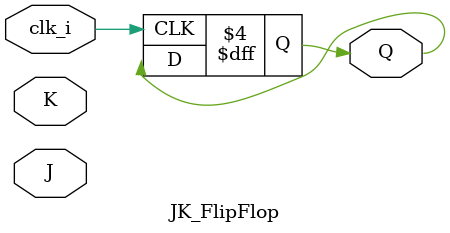
<source format=v>
module JK_FlipFlop(
        input      clk_i,
        input      J,K,
        output reg Q
    );
    
    always @(posedge clk_i)begin
         case ({J,K})
         2'b00: Q<=Q;
         2'b00: Q<=0;
         2'b00: Q<=1;
         2'b00: Q<=~Q;
         endcase
    end

endmodule
</source>
